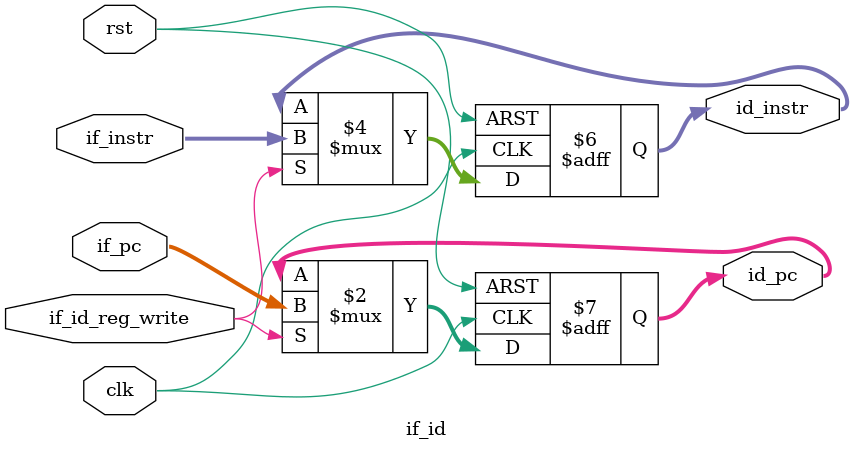
<source format=sv>
module if_id (
    input clk,
    input rst,

    input if_id_reg_write,
    input [31:0] if_instr,
    input [31:0] if_pc,

    output logic [31:0] id_instr,
    output logic [31:0] id_pc
);
    
always_ff @( posedge clk, posedge rst ) begin
    if(rst) begin
        id_instr <= 32'b0;
        id_pc <= 32'b0;
    end
    else begin
        if(if_id_reg_write) begin
            id_instr <= if_instr;
            id_pc <= if_pc;
        end
    end
end

endmodule
</source>
